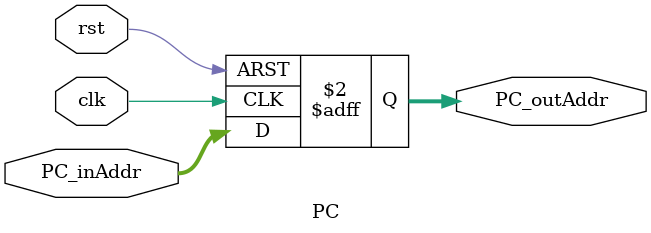
<source format=v>

module PC(PC_inAddr, PC_outAddr, rst, clk);

	input [31:0] PC_inAddr;
	input clk;
	input rst;
	
	output reg [31:0] PC_outAddr;
	
	always@(negedge clk or posedge rst)
	begin
		if (rst)
		
			PC_outAddr <= 32'd0;
			
		else
		
			PC_outAddr <= PC_inAddr;
			
	end
	
	endmodule
</source>
